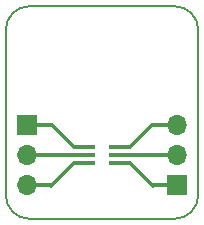
<source format=gbr>
G04 #@! TF.GenerationSoftware,KiCad,Pcbnew,5.1.6-c6e7f7d~86~ubuntu20.04.1*
G04 #@! TF.CreationDate,2020-05-17T01:14:19+03:00*
G04 #@! TF.ProjectId,BRK-SC-70-6,42524b2d-5343-42d3-9730-2d362e6b6963,v1.1*
G04 #@! TF.SameCoordinates,Original*
G04 #@! TF.FileFunction,Copper,L1,Top*
G04 #@! TF.FilePolarity,Positive*
%FSLAX46Y46*%
G04 Gerber Fmt 4.6, Leading zero omitted, Abs format (unit mm)*
G04 Created by KiCad (PCBNEW 5.1.6-c6e7f7d~86~ubuntu20.04.1) date 2020-05-17 01:14:19*
%MOMM*%
%LPD*%
G01*
G04 APERTURE LIST*
G04 #@! TA.AperFunction,Profile*
%ADD10C,0.150000*%
G04 #@! TD*
G04 #@! TA.AperFunction,ComponentPad*
%ADD11O,1.700000X1.700000*%
G04 #@! TD*
G04 #@! TA.AperFunction,ComponentPad*
%ADD12R,1.700000X1.700000*%
G04 #@! TD*
G04 #@! TA.AperFunction,SMDPad,CuDef*
%ADD13R,1.500000X0.400000*%
G04 #@! TD*
G04 #@! TA.AperFunction,Conductor*
%ADD14C,0.300000*%
G04 #@! TD*
G04 APERTURE END LIST*
D10*
X53000000Y-68000000D02*
G75*
G02*
X51000000Y-66000000I0J2000000D01*
G01*
X67300000Y-66000000D02*
G75*
G02*
X65300000Y-68000000I-2000000J0D01*
G01*
X65300000Y-50000000D02*
G75*
G02*
X67300000Y-52000000I0J-2000000D01*
G01*
X51000000Y-52000000D02*
G75*
G02*
X53000000Y-50000000I2000000J0D01*
G01*
X65300000Y-68000000D02*
X53000000Y-68000000D01*
X67300000Y-52000000D02*
X67300000Y-66000000D01*
X53000000Y-50000000D02*
X65300000Y-50000000D01*
X51000000Y-66000000D02*
X51000000Y-52000000D01*
D11*
X65500000Y-60100000D03*
X65500000Y-62640000D03*
D12*
X65500000Y-65180000D03*
D11*
X52800000Y-65180000D03*
X52800000Y-62640000D03*
D12*
X52800000Y-60100000D03*
D13*
X60480000Y-61950000D03*
X60480000Y-62600000D03*
X60480000Y-63250000D03*
X57820000Y-63250000D03*
X57820000Y-62600000D03*
X57820000Y-61950000D03*
D14*
X56770000Y-61950000D02*
X54920000Y-60100000D01*
X57820000Y-61950000D02*
X56770000Y-61950000D01*
X54920000Y-60100000D02*
X52800000Y-60100000D01*
X52840000Y-62600000D02*
X52800000Y-62640000D01*
X57820000Y-62600000D02*
X52840000Y-62600000D01*
X56770000Y-63250000D02*
X54820000Y-65200000D01*
X57820000Y-63250000D02*
X56770000Y-63250000D01*
X54800000Y-65180000D02*
X52800000Y-65180000D01*
X54820000Y-65200000D02*
X54800000Y-65180000D01*
X61530000Y-63250000D02*
X63480000Y-65200000D01*
X60480000Y-63250000D02*
X61530000Y-63250000D01*
X63500000Y-65180000D02*
X65500000Y-65180000D01*
X63480000Y-65200000D02*
X63500000Y-65180000D01*
X65460000Y-62600000D02*
X65500000Y-62640000D01*
X60480000Y-62600000D02*
X65460000Y-62600000D01*
X61530000Y-61950000D02*
X63380000Y-60100000D01*
X60480000Y-61950000D02*
X61530000Y-61950000D01*
X63380000Y-60100000D02*
X65500000Y-60100000D01*
M02*

</source>
